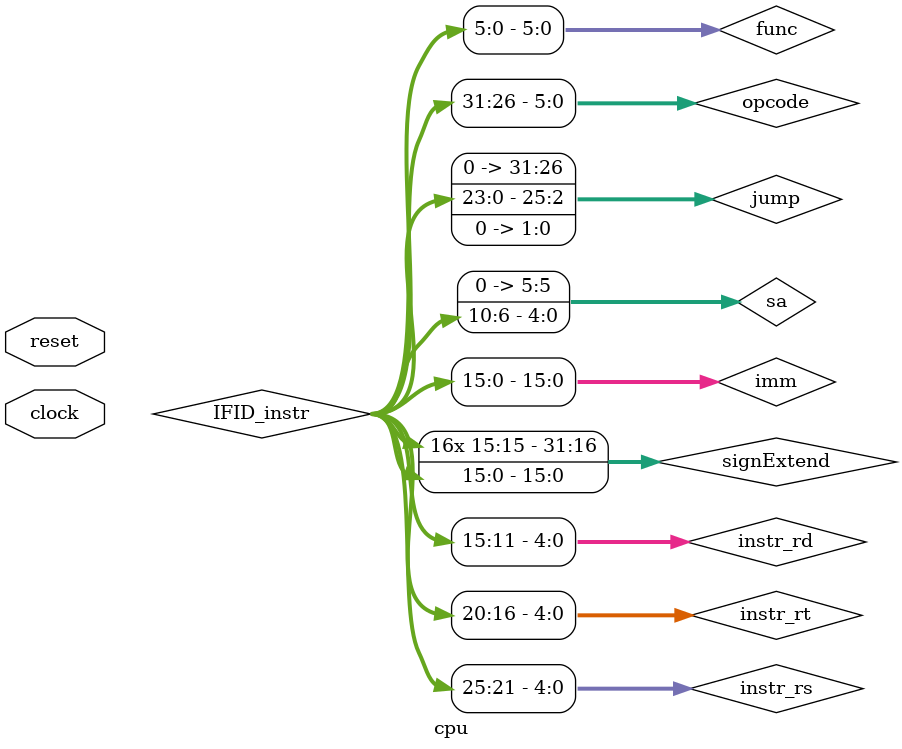
<source format=v>
/***********************************************************************************************/
/*********************************  MIPS 5-stage pipeline implementation ***********************/
/***********************************************************************************************/

module cpu(input clock, input reset);
 reg [31:0] PC; 
 reg [31:0] IFID_PCplus4,IDEX_PCplus4;
 reg [31:0] IFID_instr;
 reg [31:0] IDEX_rdA, IDEX_rdB, IDEX_signExtend;
 reg [4:0]  IDEX_instr_rt, IDEX_instr_rs, IDEX_instr_rd;                            
 reg        IDEX_RegDst, IDEX_ALUSrc;
 reg [1:0]  IDEX_ALUcntrl;
 reg        IDEX_Branch, IDEX_MemRead, IDEX_MemWrite; 
 reg        IDEX_MemToReg, IDEX_RegWrite;                
 reg [4:0]  EXMEM_RegWriteAddr, EXMEM_instr_rd; 
 reg [31:0] EXMEM_ALUOut;
 reg        EXMEM_Zero;
 reg [31:0] EXMEM_MemWriteData;
 reg        EXMEM_Branch, EXMEM_MemRead, EXMEM_MemWrite, EXMEM_RegWrite, EXMEM_MemToReg;
 reg [31:0] MEMWB_DMemOut;
 reg [4:0]  MEMWB_RegWriteAddr, MEMWB_instr_rd; 
 reg [31:0] MEMWB_ALUOut;
 reg        MEMWB_MemToReg, MEMWB_RegWrite;               
 wire [31:0] instr, ALUInA, ALUInB, ALUOut, rdA, rdB, signExtend, DMemOut, wRegData, PCIncr;
 wire Zero, RegDst, MemRead, MemWrite, MemToReg, ALUSrc, RegWrite, Branch;
 wire [5:0] opcode, func;
 wire [4:0] instr_rs, instr_rt, instr_rd, RegWriteAddr;
 wire [3:0] ALUOp;
 wire [1:0] ALUcntrl;
 wire [15:0] imm;

 reg [5:0] IDEX_Sa;
 wire  pc_write, ifid_write ,bubble_idex,bubble_ifid,bubble_exmem ;
 wire [1:0] bypassA,bypassB;
 wire [31:0] forwardA,forwardB ;
 wire [5:0] sa ; 
reg [5:0] IDEX_opcode, EXMEM_opcode;

wire [31:0] jump_or_pc ,pc_new ; 
wire [31:0] branch_adr;
reg [31:0] EXMEM_branch_adr ; 
wire PCSrc;
wire Jump_sign;
wire [31:0] jump ; 
wire Zero_add;

assign jump_or_pc = (Jump_sign)? jump : PC + 4;

assign pc_new = (PCSrc)? EXMEM_branch_adr : jump_or_pc ;

/***************** Instruction Fetch Unit (IF)  ****************/
 always @(posedge clock or negedge reset)
  begin 
    if (reset == 1'b0)     
       PC <= -1;     
    else if (PC == -1)
       PC <= 0;
    else if (pc_write == 1)
       PC <= pc_new;
  end
  
  // IFID pipeline register
 always @(posedge clock or negedge reset)
  begin 
    if (reset == 1'b0)     
      begin
	  
       IFID_PCplus4 <= 32'b0;    
       IFID_instr <= 32'b0;
    end 
    else if (ifid_write == 1'b1 && bubble_ifid == 0 )
      begin
       IFID_PCplus4 <= PC + 32'd4;
       IFID_instr <= instr;
    end
	else if ( bubble_ifid == 1 )
	begin
		IFID_instr <= 0; 
	end 
  end
  
// Instruction memory 1KB
Memory cpu_IMem(clock, reset, 1'b1, 1'b0, PC>>2, 32'b0, instr);
  
  
  
  
  
/***************** Instruction Decode Unit (ID)  ****************/
assign opcode = IFID_instr[31:26];
assign jump[25:0] = (IFID_instr[25:0]<<2);

assign jump[31:26] = 0; 
assign func = IFID_instr[5:0];
assign instr_rs = IFID_instr[25:21];
assign instr_rt = IFID_instr[20:16];
assign instr_rd = IFID_instr[15:11];
assign imm = IFID_instr[15:0];
assign signExtend = {{16{imm[15]}}, imm};
assign sa = IFID_instr [10:6];
// Register file
RegFile cpu_regs(clock, reset, instr_rs, instr_rt, MEMWB_RegWriteAddr, MEMWB_RegWrite, wRegData, rdA, rdB);

  // IDEX pipeline register
 always @(posedge clock or negedge reset)
  begin 
    if (reset == 1'b0)
      begin
       IDEX_rdA <= 32'b0;    
       IDEX_rdB <= 32'b0;
       IDEX_signExtend <= 32'b0;
       IDEX_instr_rd <= 5'b0;
       IDEX_instr_rs <= 5'b0;
       IDEX_instr_rt <= 5'b0;
       IDEX_RegDst <= 1'b0;
       IDEX_ALUcntrl <= 2'b0;
       IDEX_ALUSrc <= 1'b0;
       IDEX_Branch <= 1'b0;
       IDEX_MemRead <= 1'b0;
       IDEX_MemWrite <= 1'b0;
       IDEX_MemToReg <= 1'b0;                  
       IDEX_RegWrite <= 1'b0;
	   IDEX_opcode <= 6'b0;
    end 
    else if (bubble_idex == 0)
      begin
       IDEX_rdA <= rdA;
       IDEX_rdB <= rdB;
	   IDEX_PCplus4 <= IFID_PCplus4;
       IDEX_signExtend <= signExtend;
       IDEX_instr_rd <= instr_rd;
       IDEX_instr_rs <= instr_rs;
       IDEX_instr_rt <= instr_rt;
       IDEX_RegDst <= RegDst;
       IDEX_ALUcntrl <= ALUcntrl;
       IDEX_ALUSrc <= ALUSrc;
       IDEX_Branch <= Branch;
       IDEX_MemRead <= MemRead;
       IDEX_MemWrite <= MemWrite;
       IDEX_MemToReg <= MemToReg;                  
       IDEX_RegWrite <= RegWrite;
	   IDEX_Sa <= sa;
	   IDEX_opcode <= opcode;
    end 
	else if (bubble_idex == 1 )
	  begin 
       IDEX_RegDst <= 1'b0;
       IDEX_ALUcntrl <= 2'b0;
       IDEX_ALUSrc <= 1'b0;
       IDEX_MemRead <= 1'b0;
       IDEX_MemWrite <= 1'b0;
       IDEX_MemToReg <= 1'b0;                  
       IDEX_RegWrite <= 1'b0;
	   IDEX_Branch <= 1'b0;
	   
	  end 
	   
end 

// Main Control Unit 
control_main control_main (RegDst,
                  Branch,
                  MemRead,
                  MemWrite,
                  MemToReg,
                  ALUSrc,
                  RegWrite,
                  ALUcntrl,
				  Jump_sign,
                  opcode);
                  
// Instantiation of Control Unit that generates stalls goes here

stall stall( pc_write, ifid_write, PCSrc, instr_rs, instr_rt, IDEX_MemRead, IDEX_instr_rt,bubble_idex,bubble_exmem,bubble_ifid,Jump_sign);


                           
/***************** Execution Unit (EX)  ****************/
                 

  ALU add_alu(branch_adr,Zero_add,IDEX_PCplus4,IDEX_signExtend << 2,4'b0010);

//  ALU
ALU  #(32) cpu_alu(ALUOut, Zero, ALUInA, ALUInB, ALUOp);

assign RegWriteAddr = (IDEX_RegDst==1'b0) ? IDEX_instr_rt : IDEX_instr_rd;

 // EXMEM pipeline register
 always @(posedge clock or negedge reset)
  begin 
    if (reset == 1'b0 )     
      begin
       EXMEM_ALUOut <= 32'b0;    
       EXMEM_RegWriteAddr <= 5'b0;
       EXMEM_MemWriteData <= 32'b0;
       EXMEM_Zero <= 1'b0;
       EXMEM_Branch <= 1'b0;
       EXMEM_MemRead <= 1'b0;
       EXMEM_MemWrite <= 1'b0;
       EXMEM_MemToReg <= 1'b0;                  
       EXMEM_RegWrite <= 1'b0;
	   EXMEM_opcode <= 6'b0;
      end 
    else if (bubble_exmem == 0)
      begin 
	  
	   EXMEM_branch_adr <= branch_adr;
       EXMEM_ALUOut <= ALUOut;    
       EXMEM_RegWriteAddr <= RegWriteAddr;
       EXMEM_MemWriteData <= forwardB;//IDEX_rdB ;
       EXMEM_Zero <= Zero;
       EXMEM_Branch <= IDEX_Branch;
       EXMEM_MemRead <= IDEX_MemRead;
       EXMEM_MemWrite <= IDEX_MemWrite;
       EXMEM_MemToReg <= IDEX_MemToReg;                  
       EXMEM_RegWrite <= IDEX_RegWrite;
	   EXMEM_opcode <= IDEX_opcode;
      end
	  else if (bubble_exmem == 1 )
	  begin 
	    EXMEM_Zero <= 1'b0;
       EXMEM_Branch <= 1'b0;
       EXMEM_MemRead <= 1'b0;
       EXMEM_MemWrite <= 1'b0;
       EXMEM_MemToReg <= 1'b0;                  
       EXMEM_RegWrite <= 1'b0;
	   end 
  end
  
  // ALU control
  control_alu control_alu(ALUOp, IDEX_ALUcntrl, IDEX_signExtend[5:0]);
  
   // Instantiation of control logic for Forwarding goes here
  
  
  assign ALUInA = ( ALUOp == 4'b1000) ? IDEX_Sa : forwardA ;
  
  
  assign forwardA = (bypassA == 2'b10 ) ?  EXMEM_ALUOut :
				  (bypassA == 2'b01 ) ?  wRegData :
				  (bypassA == 2'b00 ) ?  IDEX_rdA :
				  'bx;
  
  assign  forwardB  = (bypassB == 2'b10 ) ?  EXMEM_ALUOut :
				     (bypassB == 2'b01 ) ?  wRegData :
				     (bypassB == 2'b00 ) ?  IDEX_rdB :
					 'bx;
					 
  
  assign ALUInB = (IDEX_ALUSrc == 1'b0) ? forwardB : IDEX_signExtend;
   
  
 
  
   control_bypass_ex  bypass_ex( bypassA, bypassB, IDEX_instr_rs, IDEX_instr_rt, EXMEM_RegWriteAddr,MEMWB_RegWriteAddr,EXMEM_RegWrite,MEMWB_RegWrite);
  
/***************** Memory Unit (MEM)  ****************/  

// Data memory 1KB
Memory cpu_DMem(clock, reset, EXMEM_MemRead, EXMEM_MemWrite, EXMEM_ALUOut, EXMEM_MemWriteData, DMemOut);

// MEMWB pipeline register
 always @(posedge clock or negedge reset)
  begin 
    if (reset == 1'b0)     
      begin
       MEMWB_DMemOut <= 32'b0;    
       MEMWB_ALUOut <= 32'b0;
       MEMWB_RegWriteAddr <= 5'b0;
       MEMWB_MemToReg <= 1'b0;                  
       MEMWB_RegWrite <= 1'b0;
      end 
    else 
      begin
       MEMWB_DMemOut <= DMemOut;
       MEMWB_ALUOut <= EXMEM_ALUOut;
       MEMWB_RegWriteAddr <= EXMEM_RegWriteAddr;
       MEMWB_MemToReg <= EXMEM_MemToReg;                  
       MEMWB_RegWrite <= EXMEM_RegWrite;
      end
  end

  
  PCsrc pssrc(clock ,reset,EXMEM_opcode,EXMEM_Zero,EXMEM_Branch,PCSrc);
  

/***************** WriteBack Unit (WB)  ****************/  
assign wRegData = (MEMWB_MemToReg == 1'b0) ? MEMWB_ALUOut : MEMWB_DMemOut;


endmodule

</source>
